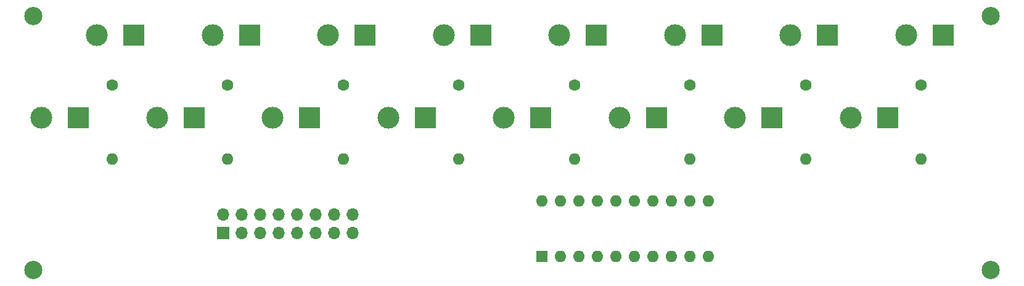
<source format=gts>
%TF.GenerationSoftware,KiCad,Pcbnew,7.0.7*%
%TF.CreationDate,2023-09-28T15:43:30-05:00*%
%TF.ProjectId,iowa-rover-kiosk-level-buttons,696f7761-2d72-46f7-9665-722d6b696f73,rev?*%
%TF.SameCoordinates,Original*%
%TF.FileFunction,Soldermask,Top*%
%TF.FilePolarity,Negative*%
%FSLAX46Y46*%
G04 Gerber Fmt 4.6, Leading zero omitted, Abs format (unit mm)*
G04 Created by KiCad (PCBNEW 7.0.7) date 2023-09-28 15:43:30*
%MOMM*%
%LPD*%
G01*
G04 APERTURE LIST*
%ADD10R,3.000000X3.000000*%
%ADD11C,3.000000*%
%ADD12C,1.600000*%
%ADD13O,1.600000X1.600000*%
%ADD14C,2.500000*%
%ADD15R,1.600000X1.600000*%
%ADD16R,1.700000X1.700000*%
%ADD17O,1.700000X1.700000*%
G04 APERTURE END LIST*
D10*
%TO.C,Btn Down 1*%
X172560000Y-67310000D03*
D11*
X167480000Y-67310000D03*
%TD*%
D12*
%TO.C,R2*%
X177165000Y-62865000D03*
D13*
X177165000Y-73025000D03*
%TD*%
D10*
%TO.C,Lamp Up 3*%
X132555000Y-56000000D03*
D11*
X127475000Y-56000000D03*
%TD*%
D12*
%TO.C,R5*%
X129540000Y-62865000D03*
D13*
X129540000Y-73025000D03*
%TD*%
D10*
%TO.C,Lamp Up 2*%
X164305000Y-56000000D03*
D11*
X159225000Y-56000000D03*
%TD*%
D12*
%TO.C,R6*%
X113665000Y-62865000D03*
D13*
X113665000Y-73025000D03*
%TD*%
D14*
%TO.C,REF\u002A\u002A*%
X202565000Y-88265000D03*
%TD*%
D15*
%TO.C,U2*%
X140970000Y-86360000D03*
D13*
X143510000Y-86360000D03*
X146050000Y-86360000D03*
X148590000Y-86360000D03*
X151130000Y-86360000D03*
X153670000Y-86360000D03*
X156210000Y-86360000D03*
X158750000Y-86360000D03*
X161290000Y-86360000D03*
X163830000Y-86360000D03*
X163830000Y-78740000D03*
X161290000Y-78740000D03*
X158750000Y-78740000D03*
X156210000Y-78740000D03*
X153670000Y-78740000D03*
X151130000Y-78740000D03*
X148590000Y-78740000D03*
X146050000Y-78740000D03*
X143510000Y-78740000D03*
X140970000Y-78740000D03*
%TD*%
D14*
%TO.C,REF\u002A\u002A*%
X202565000Y-53340000D03*
%TD*%
D16*
%TO.C,J1*%
X97155000Y-83185000D03*
D17*
X97155000Y-80645000D03*
X99695000Y-83185000D03*
X99695000Y-80645000D03*
X102235000Y-83185000D03*
X102235000Y-80645000D03*
X104775000Y-83185000D03*
X104775000Y-80645000D03*
X107315000Y-83185000D03*
X107315000Y-80645000D03*
X109855000Y-83185000D03*
X109855000Y-80645000D03*
X112395000Y-83185000D03*
X112395000Y-80645000D03*
X114935000Y-83185000D03*
X114935000Y-80645000D03*
%TD*%
D12*
%TO.C,R8*%
X81915000Y-62865000D03*
D13*
X81915000Y-73025000D03*
%TD*%
D10*
%TO.C,Btn Down 4*%
X77310000Y-67310000D03*
D11*
X72230000Y-67310000D03*
%TD*%
D12*
%TO.C,R1*%
X193040000Y-62865000D03*
D13*
X193040000Y-73025000D03*
%TD*%
D10*
%TO.C,Btn Up 3*%
X124935000Y-67310000D03*
D11*
X119855000Y-67310000D03*
%TD*%
D10*
%TO.C,Lamp Down 1*%
X180180000Y-56000000D03*
D11*
X175100000Y-56000000D03*
%TD*%
D10*
%TO.C,Lamp Down 4*%
X84930000Y-56000000D03*
D11*
X79850000Y-56000000D03*
%TD*%
D10*
%TO.C,Btn Up 2*%
X156685000Y-67310000D03*
D11*
X151605000Y-67310000D03*
%TD*%
D12*
%TO.C,R7*%
X97790000Y-62865000D03*
D13*
X97790000Y-73025000D03*
%TD*%
D14*
%TO.C,REF\u002A\u002A*%
X71120000Y-53340000D03*
%TD*%
D10*
%TO.C,Lamp Down 2*%
X148430000Y-56000000D03*
D11*
X143350000Y-56000000D03*
%TD*%
D10*
%TO.C,Btn Up 1*%
X188435000Y-67310000D03*
D11*
X183355000Y-67310000D03*
%TD*%
D10*
%TO.C,Btn Down 3*%
X109060000Y-67310000D03*
D11*
X103980000Y-67310000D03*
%TD*%
D12*
%TO.C,R4*%
X145415000Y-62865000D03*
D13*
X145415000Y-73025000D03*
%TD*%
D10*
%TO.C,Lamp Up 1*%
X196055000Y-56000000D03*
D11*
X190975000Y-56000000D03*
%TD*%
D10*
%TO.C,Btn Down 2*%
X140810000Y-67310000D03*
D11*
X135730000Y-67310000D03*
%TD*%
D12*
%TO.C,R3*%
X161290000Y-62865000D03*
D13*
X161290000Y-73025000D03*
%TD*%
D10*
%TO.C,Lamp Up 4*%
X100805000Y-56000000D03*
D11*
X95725000Y-56000000D03*
%TD*%
D10*
%TO.C,Btn Up 4*%
X93185000Y-67310000D03*
D11*
X88105000Y-67310000D03*
%TD*%
D10*
%TO.C,Lamp Down 3*%
X116680000Y-56000000D03*
D11*
X111600000Y-56000000D03*
%TD*%
D14*
%TO.C,REF\u002A\u002A*%
X71120000Y-88265000D03*
%TD*%
M02*

</source>
